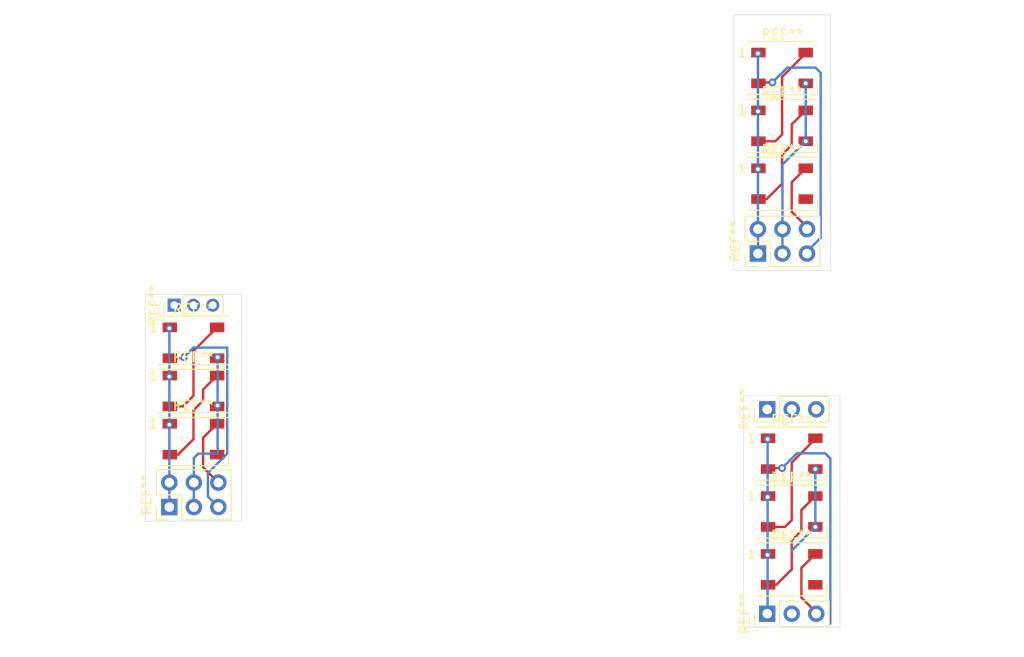
<source format=kicad_pcb>
(kicad_pcb (version 20171130) (host pcbnew 5.1.10-88a1d61d58~90~ubuntu21.04.1)

  (general
    (thickness 1.6)
    (drawings 160)
    (tracks 107)
    (zones 0)
    (modules 14)
    (nets 1)
  )

  (page A4)
  (layers
    (0 F.Cu signal)
    (31 B.Cu signal)
    (32 B.Adhes user)
    (33 F.Adhes user)
    (34 B.Paste user)
    (35 F.Paste user)
    (36 B.SilkS user hide)
    (37 F.SilkS user hide)
    (38 B.Mask user)
    (39 F.Mask user)
    (40 Dwgs.User user hide)
    (41 Cmts.User user)
    (42 Eco1.User user)
    (43 Eco2.User user)
    (44 Edge.Cuts user)
    (45 Margin user)
    (46 B.CrtYd user)
    (47 F.CrtYd user)
    (48 B.Fab user hide)
    (49 F.Fab user hide)
  )

  (setup
    (last_trace_width 0.25)
    (trace_clearance 0.2)
    (zone_clearance 0.508)
    (zone_45_only no)
    (trace_min 0.2)
    (via_size 0.8)
    (via_drill 0.4)
    (via_min_size 0.4)
    (via_min_drill 0.3)
    (uvia_size 0.3)
    (uvia_drill 0.1)
    (uvias_allowed no)
    (uvia_min_size 0.2)
    (uvia_min_drill 0.1)
    (edge_width 0.05)
    (segment_width 0.2)
    (pcb_text_width 0.3)
    (pcb_text_size 1.5 1.5)
    (mod_edge_width 0.12)
    (mod_text_size 1 1)
    (mod_text_width 0.15)
    (pad_size 1.524 1.524)
    (pad_drill 0.762)
    (pad_to_mask_clearance 0)
    (aux_axis_origin 0 0)
    (visible_elements FFFFFF7F)
    (pcbplotparams
      (layerselection 0x010fc_ffffffff)
      (usegerberextensions false)
      (usegerberattributes true)
      (usegerberadvancedattributes true)
      (creategerberjobfile true)
      (excludeedgelayer true)
      (linewidth 0.150000)
      (plotframeref false)
      (viasonmask false)
      (mode 1)
      (useauxorigin false)
      (hpglpennumber 1)
      (hpglpenspeed 20)
      (hpglpendiameter 15.000000)
      (psnegative false)
      (psa4output false)
      (plotreference true)
      (plotvalue true)
      (plotinvisibletext false)
      (padsonsilk false)
      (subtractmaskfromsilk false)
      (outputformat 1)
      (mirror false)
      (drillshape 1)
      (scaleselection 1)
      (outputdirectory ""))
  )

  (net 0 "")

  (net_class Default "Esta es la clase de red por defecto."
    (clearance 0.2)
    (trace_width 0.25)
    (via_dia 0.8)
    (via_drill 0.4)
    (uvia_dia 0.3)
    (uvia_drill 0.1)
  )

  (module Connector_PinHeader_2.00mm:PinHeader_1x03_P2.00mm_Vertical (layer F.Cu) (tedit 59FED667) (tstamp 61649CF7)
    (at 48 53.6 90)
    (descr "Through hole straight pin header, 1x03, 2.00mm pitch, single row")
    (tags "Through hole pin header THT 1x03 2.00mm single row")
    (fp_text reference REF** (at 0 -2.06 90) (layer F.SilkS)
      (effects (font (size 1 1) (thickness 0.15)))
    )
    (fp_text value PinHeader_1x03_P2.00mm_Vertical (at 0 6.06 90) (layer F.Fab)
      (effects (font (size 1 1) (thickness 0.15)))
    )
    (fp_text user %R (at 0 2) (layer F.Fab)
      (effects (font (size 1 1) (thickness 0.15)))
    )
    (fp_line (start -0.5 -1) (end 1 -1) (layer F.Fab) (width 0.1))
    (fp_line (start 1 -1) (end 1 5) (layer F.Fab) (width 0.1))
    (fp_line (start 1 5) (end -1 5) (layer F.Fab) (width 0.1))
    (fp_line (start -1 5) (end -1 -0.5) (layer F.Fab) (width 0.1))
    (fp_line (start -1 -0.5) (end -0.5 -1) (layer F.Fab) (width 0.1))
    (fp_line (start -1.06 5.06) (end 1.06 5.06) (layer F.SilkS) (width 0.12))
    (fp_line (start -1.06 1) (end -1.06 5.06) (layer F.SilkS) (width 0.12))
    (fp_line (start 1.06 1) (end 1.06 5.06) (layer F.SilkS) (width 0.12))
    (fp_line (start -1.06 1) (end 1.06 1) (layer F.SilkS) (width 0.12))
    (fp_line (start -1.06 0) (end -1.06 -1.06) (layer F.SilkS) (width 0.12))
    (fp_line (start -1.06 -1.06) (end 0 -1.06) (layer F.SilkS) (width 0.12))
    (fp_line (start -1.5 -1.5) (end -1.5 5.5) (layer F.CrtYd) (width 0.05))
    (fp_line (start -1.5 5.5) (end 1.5 5.5) (layer F.CrtYd) (width 0.05))
    (fp_line (start 1.5 5.5) (end 1.5 -1.5) (layer F.CrtYd) (width 0.05))
    (fp_line (start 1.5 -1.5) (end -1.5 -1.5) (layer F.CrtYd) (width 0.05))
    (pad 3 thru_hole oval (at 0 4 90) (size 1.35 1.35) (drill 0.8) (layers *.Cu *.Mask))
    (pad 2 thru_hole oval (at 0 2 90) (size 1.35 1.35) (drill 0.8) (layers *.Cu *.Mask))
    (pad 1 thru_hole rect (at 0 0 90) (size 1.35 1.35) (drill 0.8) (layers *.Cu *.Mask))
    (model ${KISYS3DMOD}/Connector_PinHeader_2.00mm.3dshapes/PinHeader_1x03_P2.00mm_Vertical.wrl
      (at (xyz 0 0 0))
      (scale (xyz 1 1 1))
      (rotate (xyz 0 0 0))
    )
  )

  (module Connector_PinHeader_2.54mm:PinHeader_1x03_P2.54mm_Vertical (layer F.Cu) (tedit 59FED5CC) (tstamp 61649A13)
    (at 109.46 85.6 90)
    (descr "Through hole straight pin header, 1x03, 2.54mm pitch, single row")
    (tags "Through hole pin header THT 1x03 2.54mm single row")
    (fp_text reference REF** (at 0 -2.33 90) (layer F.SilkS)
      (effects (font (size 1 1) (thickness 0.15)))
    )
    (fp_text value PinHeader_1x03_P2.54mm_Vertical (at 0 7.41 90) (layer F.Fab)
      (effects (font (size 1 1) (thickness 0.15)))
    )
    (fp_line (start 1.8 -1.8) (end -1.8 -1.8) (layer F.CrtYd) (width 0.05))
    (fp_line (start 1.8 6.85) (end 1.8 -1.8) (layer F.CrtYd) (width 0.05))
    (fp_line (start -1.8 6.85) (end 1.8 6.85) (layer F.CrtYd) (width 0.05))
    (fp_line (start -1.8 -1.8) (end -1.8 6.85) (layer F.CrtYd) (width 0.05))
    (fp_line (start -1.33 -1.33) (end 0 -1.33) (layer F.SilkS) (width 0.12))
    (fp_line (start -1.33 0) (end -1.33 -1.33) (layer F.SilkS) (width 0.12))
    (fp_line (start -1.33 1.27) (end 1.33 1.27) (layer F.SilkS) (width 0.12))
    (fp_line (start 1.33 1.27) (end 1.33 6.41) (layer F.SilkS) (width 0.12))
    (fp_line (start -1.33 1.27) (end -1.33 6.41) (layer F.SilkS) (width 0.12))
    (fp_line (start -1.33 6.41) (end 1.33 6.41) (layer F.SilkS) (width 0.12))
    (fp_line (start -1.27 -0.635) (end -0.635 -1.27) (layer F.Fab) (width 0.1))
    (fp_line (start -1.27 6.35) (end -1.27 -0.635) (layer F.Fab) (width 0.1))
    (fp_line (start 1.27 6.35) (end -1.27 6.35) (layer F.Fab) (width 0.1))
    (fp_line (start 1.27 -1.27) (end 1.27 6.35) (layer F.Fab) (width 0.1))
    (fp_line (start -0.635 -1.27) (end 1.27 -1.27) (layer F.Fab) (width 0.1))
    (fp_text user %R (at 0 2.54) (layer F.Fab)
      (effects (font (size 1 1) (thickness 0.15)))
    )
    (pad 1 thru_hole rect (at 0 0 90) (size 1.7 1.7) (drill 1) (layers *.Cu *.Mask))
    (pad 2 thru_hole oval (at 0 2.54 90) (size 1.7 1.7) (drill 1) (layers *.Cu *.Mask))
    (pad 3 thru_hole oval (at 0 5.08 90) (size 1.7 1.7) (drill 1) (layers *.Cu *.Mask))
    (model ${KISYS3DMOD}/Connector_PinHeader_2.54mm.3dshapes/PinHeader_1x03_P2.54mm_Vertical.wrl
      (at (xyz 0 0 0))
      (scale (xyz 1 1 1))
      (rotate (xyz 0 0 0))
    )
  )

  (module Connector_PinHeader_2.54mm:PinHeader_1x03_P2.54mm_Vertical (layer F.Cu) (tedit 59FED5CC) (tstamp 6164991D)
    (at 109.46 64.4 90)
    (descr "Through hole straight pin header, 1x03, 2.54mm pitch, single row")
    (tags "Through hole pin header THT 1x03 2.54mm single row")
    (fp_text reference REF** (at 0 -2.33 90) (layer F.SilkS)
      (effects (font (size 1 1) (thickness 0.15)))
    )
    (fp_text value PinHeader_1x03_P2.54mm_Vertical (at 0 7.41 90) (layer F.Fab)
      (effects (font (size 1 1) (thickness 0.15)))
    )
    (fp_text user %R (at 0 2.54) (layer F.Fab)
      (effects (font (size 1 1) (thickness 0.15)))
    )
    (fp_line (start -0.635 -1.27) (end 1.27 -1.27) (layer F.Fab) (width 0.1))
    (fp_line (start 1.27 -1.27) (end 1.27 6.35) (layer F.Fab) (width 0.1))
    (fp_line (start 1.27 6.35) (end -1.27 6.35) (layer F.Fab) (width 0.1))
    (fp_line (start -1.27 6.35) (end -1.27 -0.635) (layer F.Fab) (width 0.1))
    (fp_line (start -1.27 -0.635) (end -0.635 -1.27) (layer F.Fab) (width 0.1))
    (fp_line (start -1.33 6.41) (end 1.33 6.41) (layer F.SilkS) (width 0.12))
    (fp_line (start -1.33 1.27) (end -1.33 6.41) (layer F.SilkS) (width 0.12))
    (fp_line (start 1.33 1.27) (end 1.33 6.41) (layer F.SilkS) (width 0.12))
    (fp_line (start -1.33 1.27) (end 1.33 1.27) (layer F.SilkS) (width 0.12))
    (fp_line (start -1.33 0) (end -1.33 -1.33) (layer F.SilkS) (width 0.12))
    (fp_line (start -1.33 -1.33) (end 0 -1.33) (layer F.SilkS) (width 0.12))
    (fp_line (start -1.8 -1.8) (end -1.8 6.85) (layer F.CrtYd) (width 0.05))
    (fp_line (start -1.8 6.85) (end 1.8 6.85) (layer F.CrtYd) (width 0.05))
    (fp_line (start 1.8 6.85) (end 1.8 -1.8) (layer F.CrtYd) (width 0.05))
    (fp_line (start 1.8 -1.8) (end -1.8 -1.8) (layer F.CrtYd) (width 0.05))
    (pad 3 thru_hole oval (at 0 5.08 90) (size 1.7 1.7) (drill 1) (layers *.Cu *.Mask))
    (pad 2 thru_hole oval (at 0 2.54 90) (size 1.7 1.7) (drill 1) (layers *.Cu *.Mask))
    (pad 1 thru_hole rect (at 0 0 90) (size 1.7 1.7) (drill 1) (layers *.Cu *.Mask))
    (model ${KISYS3DMOD}/Connector_PinHeader_2.54mm.3dshapes/PinHeader_1x03_P2.54mm_Vertical.wrl
      (at (xyz 0 0 0))
      (scale (xyz 1 1 1))
      (rotate (xyz 0 0 0))
    )
  )

  (module LED_SMD:LED_WS2812B_PLCC4_5.0x5.0mm_P3.2mm (layer F.Cu) (tedit 5AA4B285) (tstamp 616435D8)
    (at 112 81)
    (descr https://cdn-shop.adafruit.com/datasheets/WS2812B.pdf)
    (tags "LED RGB NeoPixel")
    (attr smd)
    (fp_text reference REF** (at 0 -3.5) (layer F.SilkS)
      (effects (font (size 1 1) (thickness 0.15)))
    )
    (fp_text value LED_WS2812B_PLCC4_5.0x5.0mm_P3.2mm (at 0 4) (layer F.Fab)
      (effects (font (size 1 1) (thickness 0.15)))
    )
    (fp_circle (center 0 0) (end 0 -2) (layer F.Fab) (width 0.1))
    (fp_line (start 3.65 2.75) (end 3.65 1.6) (layer F.SilkS) (width 0.12))
    (fp_line (start -3.65 2.75) (end 3.65 2.75) (layer F.SilkS) (width 0.12))
    (fp_line (start -3.65 -2.75) (end 3.65 -2.75) (layer F.SilkS) (width 0.12))
    (fp_line (start 2.5 -2.5) (end -2.5 -2.5) (layer F.Fab) (width 0.1))
    (fp_line (start 2.5 2.5) (end 2.5 -2.5) (layer F.Fab) (width 0.1))
    (fp_line (start -2.5 2.5) (end 2.5 2.5) (layer F.Fab) (width 0.1))
    (fp_line (start -2.5 -2.5) (end -2.5 2.5) (layer F.Fab) (width 0.1))
    (fp_line (start 2.5 1.5) (end 1.5 2.5) (layer F.Fab) (width 0.1))
    (fp_line (start -3.45 -2.75) (end -3.45 2.75) (layer F.CrtYd) (width 0.05))
    (fp_line (start -3.45 2.75) (end 3.45 2.75) (layer F.CrtYd) (width 0.05))
    (fp_line (start 3.45 2.75) (end 3.45 -2.75) (layer F.CrtYd) (width 0.05))
    (fp_line (start 3.45 -2.75) (end -3.45 -2.75) (layer F.CrtYd) (width 0.05))
    (fp_text user %R (at 0 0) (layer F.Fab)
      (effects (font (size 0.8 0.8) (thickness 0.15)))
    )
    (fp_text user 1 (at -4.15 -1.6) (layer F.SilkS)
      (effects (font (size 1 1) (thickness 0.15)))
    )
    (pad 1 smd rect (at -2.45 -1.6) (size 1.5 1) (layers F.Cu F.Paste F.Mask))
    (pad 2 smd rect (at -2.45 1.6) (size 1.5 1) (layers F.Cu F.Paste F.Mask))
    (pad 4 smd rect (at 2.45 -1.6) (size 1.5 1) (layers F.Cu F.Paste F.Mask))
    (pad 3 smd rect (at 2.45 1.6) (size 1.5 1) (layers F.Cu F.Paste F.Mask))
    (model ${KISYS3DMOD}/LED_SMD.3dshapes/LED_WS2812B_PLCC4_5.0x5.0mm_P3.2mm.wrl
      (at (xyz 0 0 0))
      (scale (xyz 1 1 1))
      (rotate (xyz 0 0 0))
    )
  )

  (module LED_SMD:LED_WS2812B_PLCC4_5.0x5.0mm_P3.2mm (layer F.Cu) (tedit 5AA4B285) (tstamp 616435C2)
    (at 112 69)
    (descr https://cdn-shop.adafruit.com/datasheets/WS2812B.pdf)
    (tags "LED RGB NeoPixel")
    (attr smd)
    (fp_text reference REF** (at 0 -3.5) (layer F.SilkS)
      (effects (font (size 1 1) (thickness 0.15)))
    )
    (fp_text value LED_WS2812B_PLCC4_5.0x5.0mm_P3.2mm (at 0 4) (layer F.Fab)
      (effects (font (size 1 1) (thickness 0.15)))
    )
    (fp_circle (center 0 0) (end 0 -2) (layer F.Fab) (width 0.1))
    (fp_line (start 3.65 2.75) (end 3.65 1.6) (layer F.SilkS) (width 0.12))
    (fp_line (start -3.65 2.75) (end 3.65 2.75) (layer F.SilkS) (width 0.12))
    (fp_line (start -3.65 -2.75) (end 3.65 -2.75) (layer F.SilkS) (width 0.12))
    (fp_line (start 2.5 -2.5) (end -2.5 -2.5) (layer F.Fab) (width 0.1))
    (fp_line (start 2.5 2.5) (end 2.5 -2.5) (layer F.Fab) (width 0.1))
    (fp_line (start -2.5 2.5) (end 2.5 2.5) (layer F.Fab) (width 0.1))
    (fp_line (start -2.5 -2.5) (end -2.5 2.5) (layer F.Fab) (width 0.1))
    (fp_line (start 2.5 1.5) (end 1.5 2.5) (layer F.Fab) (width 0.1))
    (fp_line (start -3.45 -2.75) (end -3.45 2.75) (layer F.CrtYd) (width 0.05))
    (fp_line (start -3.45 2.75) (end 3.45 2.75) (layer F.CrtYd) (width 0.05))
    (fp_line (start 3.45 2.75) (end 3.45 -2.75) (layer F.CrtYd) (width 0.05))
    (fp_line (start 3.45 -2.75) (end -3.45 -2.75) (layer F.CrtYd) (width 0.05))
    (fp_text user %R (at 0 0) (layer F.Fab)
      (effects (font (size 0.8 0.8) (thickness 0.15)))
    )
    (fp_text user 1 (at -4.15 -1.6) (layer F.SilkS)
      (effects (font (size 1 1) (thickness 0.15)))
    )
    (pad 1 smd rect (at -2.45 -1.6) (size 1.5 1) (layers F.Cu F.Paste F.Mask))
    (pad 2 smd rect (at -2.45 1.6) (size 1.5 1) (layers F.Cu F.Paste F.Mask))
    (pad 4 smd rect (at 2.45 -1.6) (size 1.5 1) (layers F.Cu F.Paste F.Mask))
    (pad 3 smd rect (at 2.45 1.6) (size 1.5 1) (layers F.Cu F.Paste F.Mask))
    (model ${KISYS3DMOD}/LED_SMD.3dshapes/LED_WS2812B_PLCC4_5.0x5.0mm_P3.2mm.wrl
      (at (xyz 0 0 0))
      (scale (xyz 1 1 1))
      (rotate (xyz 0 0 0))
    )
  )

  (module LED_SMD:LED_WS2812B_PLCC4_5.0x5.0mm_P3.2mm (layer F.Cu) (tedit 5AA4B285) (tstamp 616435AC)
    (at 112 75)
    (descr https://cdn-shop.adafruit.com/datasheets/WS2812B.pdf)
    (tags "LED RGB NeoPixel")
    (attr smd)
    (fp_text reference REF** (at 0 -3.5) (layer F.SilkS)
      (effects (font (size 1 1) (thickness 0.15)))
    )
    (fp_text value LED_WS2812B_PLCC4_5.0x5.0mm_P3.2mm (at 0 4) (layer F.Fab)
      (effects (font (size 1 1) (thickness 0.15)))
    )
    (fp_line (start 3.45 -2.75) (end -3.45 -2.75) (layer F.CrtYd) (width 0.05))
    (fp_line (start 3.45 2.75) (end 3.45 -2.75) (layer F.CrtYd) (width 0.05))
    (fp_line (start -3.45 2.75) (end 3.45 2.75) (layer F.CrtYd) (width 0.05))
    (fp_line (start -3.45 -2.75) (end -3.45 2.75) (layer F.CrtYd) (width 0.05))
    (fp_line (start 2.5 1.5) (end 1.5 2.5) (layer F.Fab) (width 0.1))
    (fp_line (start -2.5 -2.5) (end -2.5 2.5) (layer F.Fab) (width 0.1))
    (fp_line (start -2.5 2.5) (end 2.5 2.5) (layer F.Fab) (width 0.1))
    (fp_line (start 2.5 2.5) (end 2.5 -2.5) (layer F.Fab) (width 0.1))
    (fp_line (start 2.5 -2.5) (end -2.5 -2.5) (layer F.Fab) (width 0.1))
    (fp_line (start -3.65 -2.75) (end 3.65 -2.75) (layer F.SilkS) (width 0.12))
    (fp_line (start -3.65 2.75) (end 3.65 2.75) (layer F.SilkS) (width 0.12))
    (fp_line (start 3.65 2.75) (end 3.65 1.6) (layer F.SilkS) (width 0.12))
    (fp_circle (center 0 0) (end 0 -2) (layer F.Fab) (width 0.1))
    (fp_text user 1 (at -4.15 -1.6) (layer F.SilkS)
      (effects (font (size 1 1) (thickness 0.15)))
    )
    (fp_text user %R (at 0 0) (layer F.Fab)
      (effects (font (size 0.8 0.8) (thickness 0.15)))
    )
    (pad 3 smd rect (at 2.45 1.6) (size 1.5 1) (layers F.Cu F.Paste F.Mask))
    (pad 4 smd rect (at 2.45 -1.6) (size 1.5 1) (layers F.Cu F.Paste F.Mask))
    (pad 2 smd rect (at -2.45 1.6) (size 1.5 1) (layers F.Cu F.Paste F.Mask))
    (pad 1 smd rect (at -2.45 -1.6) (size 1.5 1) (layers F.Cu F.Paste F.Mask))
    (model ${KISYS3DMOD}/LED_SMD.3dshapes/LED_WS2812B_PLCC4_5.0x5.0mm_P3.2mm.wrl
      (at (xyz 0 0 0))
      (scale (xyz 1 1 1))
      (rotate (xyz 0 0 0))
    )
  )

  (module LED_SMD:LED_WS2812B_PLCC4_5.0x5.0mm_P3.2mm (layer F.Cu) (tedit 5AA4B285) (tstamp 61642950)
    (at 111 35)
    (descr https://cdn-shop.adafruit.com/datasheets/WS2812B.pdf)
    (tags "LED RGB NeoPixel")
    (attr smd)
    (fp_text reference REF** (at 0 -3.5) (layer F.SilkS)
      (effects (font (size 1 1) (thickness 0.15)))
    )
    (fp_text value LED_WS2812B_PLCC4_5.0x5.0mm_P3.2mm (at 0 4) (layer F.Fab)
      (effects (font (size 1 1) (thickness 0.15)))
    )
    (fp_text user %R (at 0 0) (layer F.Fab)
      (effects (font (size 0.8 0.8) (thickness 0.15)))
    )
    (fp_text user 1 (at -4.15 -1.6) (layer F.SilkS)
      (effects (font (size 1 1) (thickness 0.15)))
    )
    (fp_circle (center 0 0) (end 0 -2) (layer F.Fab) (width 0.1))
    (fp_line (start 3.65 2.75) (end 3.65 1.6) (layer F.SilkS) (width 0.12))
    (fp_line (start -3.65 2.75) (end 3.65 2.75) (layer F.SilkS) (width 0.12))
    (fp_line (start -3.65 -2.75) (end 3.65 -2.75) (layer F.SilkS) (width 0.12))
    (fp_line (start 2.5 -2.5) (end -2.5 -2.5) (layer F.Fab) (width 0.1))
    (fp_line (start 2.5 2.5) (end 2.5 -2.5) (layer F.Fab) (width 0.1))
    (fp_line (start -2.5 2.5) (end 2.5 2.5) (layer F.Fab) (width 0.1))
    (fp_line (start -2.5 -2.5) (end -2.5 2.5) (layer F.Fab) (width 0.1))
    (fp_line (start 2.5 1.5) (end 1.5 2.5) (layer F.Fab) (width 0.1))
    (fp_line (start -3.45 -2.75) (end -3.45 2.75) (layer F.CrtYd) (width 0.05))
    (fp_line (start -3.45 2.75) (end 3.45 2.75) (layer F.CrtYd) (width 0.05))
    (fp_line (start 3.45 2.75) (end 3.45 -2.75) (layer F.CrtYd) (width 0.05))
    (fp_line (start 3.45 -2.75) (end -3.45 -2.75) (layer F.CrtYd) (width 0.05))
    (pad 1 smd rect (at -2.45 -1.6) (size 1.5 1) (layers F.Cu F.Paste F.Mask))
    (pad 2 smd rect (at -2.45 1.6) (size 1.5 1) (layers F.Cu F.Paste F.Mask))
    (pad 4 smd rect (at 2.45 -1.6) (size 1.5 1) (layers F.Cu F.Paste F.Mask))
    (pad 3 smd rect (at 2.45 1.6) (size 1.5 1) (layers F.Cu F.Paste F.Mask))
    (model ${KISYS3DMOD}/LED_SMD.3dshapes/LED_WS2812B_PLCC4_5.0x5.0mm_P3.2mm.wrl
      (at (xyz 0 0 0))
      (scale (xyz 1 1 1))
      (rotate (xyz 0 0 0))
    )
  )

  (module Connector_PinHeader_2.54mm:PinHeader_2x03_P2.54mm_Vertical (layer F.Cu) (tedit 59FED5CC) (tstamp 61642934)
    (at 108.5 48.25 90)
    (descr "Through hole straight pin header, 2x03, 2.54mm pitch, double rows")
    (tags "Through hole pin header THT 2x03 2.54mm double row")
    (fp_text reference REF** (at 1.27 -2.33 90) (layer F.SilkS)
      (effects (font (size 1 1) (thickness 0.15)))
    )
    (fp_text value PinHeader_2x03_P2.54mm_Vertical (at 1.27 7.41 90) (layer F.Fab)
      (effects (font (size 1 1) (thickness 0.15)))
    )
    (fp_text user %R (at 1.27 2.54) (layer F.Fab)
      (effects (font (size 1 1) (thickness 0.15)))
    )
    (fp_line (start 0 -1.27) (end 3.81 -1.27) (layer F.Fab) (width 0.1))
    (fp_line (start 3.81 -1.27) (end 3.81 6.35) (layer F.Fab) (width 0.1))
    (fp_line (start 3.81 6.35) (end -1.27 6.35) (layer F.Fab) (width 0.1))
    (fp_line (start -1.27 6.35) (end -1.27 0) (layer F.Fab) (width 0.1))
    (fp_line (start -1.27 0) (end 0 -1.27) (layer F.Fab) (width 0.1))
    (fp_line (start -1.33 6.41) (end 3.87 6.41) (layer F.SilkS) (width 0.12))
    (fp_line (start -1.33 1.27) (end -1.33 6.41) (layer F.SilkS) (width 0.12))
    (fp_line (start 3.87 -1.33) (end 3.87 6.41) (layer F.SilkS) (width 0.12))
    (fp_line (start -1.33 1.27) (end 1.27 1.27) (layer F.SilkS) (width 0.12))
    (fp_line (start 1.27 1.27) (end 1.27 -1.33) (layer F.SilkS) (width 0.12))
    (fp_line (start 1.27 -1.33) (end 3.87 -1.33) (layer F.SilkS) (width 0.12))
    (fp_line (start -1.33 0) (end -1.33 -1.33) (layer F.SilkS) (width 0.12))
    (fp_line (start -1.33 -1.33) (end 0 -1.33) (layer F.SilkS) (width 0.12))
    (fp_line (start -1.8 -1.8) (end -1.8 6.85) (layer F.CrtYd) (width 0.05))
    (fp_line (start -1.8 6.85) (end 4.35 6.85) (layer F.CrtYd) (width 0.05))
    (fp_line (start 4.35 6.85) (end 4.35 -1.8) (layer F.CrtYd) (width 0.05))
    (fp_line (start 4.35 -1.8) (end -1.8 -1.8) (layer F.CrtYd) (width 0.05))
    (pad 1 thru_hole rect (at 0 0 90) (size 1.7 1.7) (drill 1) (layers *.Cu *.Mask))
    (pad 2 thru_hole oval (at 2.54 0 90) (size 1.7 1.7) (drill 1) (layers *.Cu *.Mask))
    (pad 3 thru_hole oval (at 0 2.54 90) (size 1.7 1.7) (drill 1) (layers *.Cu *.Mask))
    (pad 4 thru_hole oval (at 2.54 2.54 90) (size 1.7 1.7) (drill 1) (layers *.Cu *.Mask))
    (pad 5 thru_hole oval (at 0 5.08 90) (size 1.7 1.7) (drill 1) (layers *.Cu *.Mask))
    (pad 6 thru_hole oval (at 2.54 5.08 90) (size 1.7 1.7) (drill 1) (layers *.Cu *.Mask))
    (model ${KISYS3DMOD}/Connector_PinHeader_2.54mm.3dshapes/PinHeader_2x03_P2.54mm_Vertical.wrl
      (at (xyz 0 0 0))
      (scale (xyz 1 1 1))
      (rotate (xyz 0 0 0))
    )
  )

  (module LED_SMD:LED_WS2812B_PLCC4_5.0x5.0mm_P3.2mm (layer F.Cu) (tedit 5AA4B285) (tstamp 616428EE)
    (at 111 41)
    (descr https://cdn-shop.adafruit.com/datasheets/WS2812B.pdf)
    (tags "LED RGB NeoPixel")
    (attr smd)
    (fp_text reference REF** (at 0 -3.5) (layer F.SilkS)
      (effects (font (size 1 1) (thickness 0.15)))
    )
    (fp_text value LED_WS2812B_PLCC4_5.0x5.0mm_P3.2mm (at 0 4) (layer F.Fab)
      (effects (font (size 1 1) (thickness 0.15)))
    )
    (fp_text user 1 (at -4.15 -1.6) (layer F.SilkS)
      (effects (font (size 1 1) (thickness 0.15)))
    )
    (fp_text user %R (at 0 0) (layer F.Fab)
      (effects (font (size 0.8 0.8) (thickness 0.15)))
    )
    (fp_line (start 3.45 -2.75) (end -3.45 -2.75) (layer F.CrtYd) (width 0.05))
    (fp_line (start 3.45 2.75) (end 3.45 -2.75) (layer F.CrtYd) (width 0.05))
    (fp_line (start -3.45 2.75) (end 3.45 2.75) (layer F.CrtYd) (width 0.05))
    (fp_line (start -3.45 -2.75) (end -3.45 2.75) (layer F.CrtYd) (width 0.05))
    (fp_line (start 2.5 1.5) (end 1.5 2.5) (layer F.Fab) (width 0.1))
    (fp_line (start -2.5 -2.5) (end -2.5 2.5) (layer F.Fab) (width 0.1))
    (fp_line (start -2.5 2.5) (end 2.5 2.5) (layer F.Fab) (width 0.1))
    (fp_line (start 2.5 2.5) (end 2.5 -2.5) (layer F.Fab) (width 0.1))
    (fp_line (start 2.5 -2.5) (end -2.5 -2.5) (layer F.Fab) (width 0.1))
    (fp_line (start -3.65 -2.75) (end 3.65 -2.75) (layer F.SilkS) (width 0.12))
    (fp_line (start -3.65 2.75) (end 3.65 2.75) (layer F.SilkS) (width 0.12))
    (fp_line (start 3.65 2.75) (end 3.65 1.6) (layer F.SilkS) (width 0.12))
    (fp_circle (center 0 0) (end 0 -2) (layer F.Fab) (width 0.1))
    (pad 3 smd rect (at 2.45 1.6) (size 1.5 1) (layers F.Cu F.Paste F.Mask))
    (pad 4 smd rect (at 2.45 -1.6) (size 1.5 1) (layers F.Cu F.Paste F.Mask))
    (pad 2 smd rect (at -2.45 1.6) (size 1.5 1) (layers F.Cu F.Paste F.Mask))
    (pad 1 smd rect (at -2.45 -1.6) (size 1.5 1) (layers F.Cu F.Paste F.Mask))
    (model ${KISYS3DMOD}/LED_SMD.3dshapes/LED_WS2812B_PLCC4_5.0x5.0mm_P3.2mm.wrl
      (at (xyz 0 0 0))
      (scale (xyz 1 1 1))
      (rotate (xyz 0 0 0))
    )
  )

  (module LED_SMD:LED_WS2812B_PLCC4_5.0x5.0mm_P3.2mm (layer F.Cu) (tedit 5AA4B285) (tstamp 616428D6)
    (at 111 29)
    (descr https://cdn-shop.adafruit.com/datasheets/WS2812B.pdf)
    (tags "LED RGB NeoPixel")
    (attr smd)
    (fp_text reference REF** (at 0 -3.5) (layer F.SilkS)
      (effects (font (size 1 1) (thickness 0.15)))
    )
    (fp_text value LED_WS2812B_PLCC4_5.0x5.0mm_P3.2mm (at 0 4) (layer F.Fab)
      (effects (font (size 1 1) (thickness 0.15)))
    )
    (fp_text user 1 (at -4.15 -1.6) (layer F.SilkS)
      (effects (font (size 1 1) (thickness 0.15)))
    )
    (fp_text user %R (at 0 0) (layer F.Fab)
      (effects (font (size 0.8 0.8) (thickness 0.15)))
    )
    (fp_line (start 3.45 -2.75) (end -3.45 -2.75) (layer F.CrtYd) (width 0.05))
    (fp_line (start 3.45 2.75) (end 3.45 -2.75) (layer F.CrtYd) (width 0.05))
    (fp_line (start -3.45 2.75) (end 3.45 2.75) (layer F.CrtYd) (width 0.05))
    (fp_line (start -3.45 -2.75) (end -3.45 2.75) (layer F.CrtYd) (width 0.05))
    (fp_line (start 2.5 1.5) (end 1.5 2.5) (layer F.Fab) (width 0.1))
    (fp_line (start -2.5 -2.5) (end -2.5 2.5) (layer F.Fab) (width 0.1))
    (fp_line (start -2.5 2.5) (end 2.5 2.5) (layer F.Fab) (width 0.1))
    (fp_line (start 2.5 2.5) (end 2.5 -2.5) (layer F.Fab) (width 0.1))
    (fp_line (start 2.5 -2.5) (end -2.5 -2.5) (layer F.Fab) (width 0.1))
    (fp_line (start -3.65 -2.75) (end 3.65 -2.75) (layer F.SilkS) (width 0.12))
    (fp_line (start -3.65 2.75) (end 3.65 2.75) (layer F.SilkS) (width 0.12))
    (fp_line (start 3.65 2.75) (end 3.65 1.6) (layer F.SilkS) (width 0.12))
    (fp_circle (center 0 0) (end 0 -2) (layer F.Fab) (width 0.1))
    (pad 3 smd rect (at 2.45 1.6) (size 1.5 1) (layers F.Cu F.Paste F.Mask))
    (pad 4 smd rect (at 2.45 -1.6) (size 1.5 1) (layers F.Cu F.Paste F.Mask))
    (pad 2 smd rect (at -2.45 1.6) (size 1.5 1) (layers F.Cu F.Paste F.Mask))
    (pad 1 smd rect (at -2.45 -1.6) (size 1.5 1) (layers F.Cu F.Paste F.Mask))
    (model ${KISYS3DMOD}/LED_SMD.3dshapes/LED_WS2812B_PLCC4_5.0x5.0mm_P3.2mm.wrl
      (at (xyz 0 0 0))
      (scale (xyz 1 1 1))
      (rotate (xyz 0 0 0))
    )
  )

  (module Connector_PinHeader_2.54mm:PinHeader_2x03_P2.54mm_Vertical (layer F.Cu) (tedit 59FED5CC) (tstamp 61572BA5)
    (at 47.5 74.54 90)
    (descr "Through hole straight pin header, 2x03, 2.54mm pitch, double rows")
    (tags "Through hole pin header THT 2x03 2.54mm double row")
    (fp_text reference REF** (at 1.27 -2.33 90) (layer F.SilkS)
      (effects (font (size 1 1) (thickness 0.15)))
    )
    (fp_text value PinHeader_2x03_P2.54mm_Vertical (at 1.27 7.41 90) (layer F.Fab)
      (effects (font (size 1 1) (thickness 0.15)))
    )
    (fp_line (start 4.35 -1.8) (end -1.8 -1.8) (layer F.CrtYd) (width 0.05))
    (fp_line (start 4.35 6.85) (end 4.35 -1.8) (layer F.CrtYd) (width 0.05))
    (fp_line (start -1.8 6.85) (end 4.35 6.85) (layer F.CrtYd) (width 0.05))
    (fp_line (start -1.8 -1.8) (end -1.8 6.85) (layer F.CrtYd) (width 0.05))
    (fp_line (start -1.33 -1.33) (end 0 -1.33) (layer F.SilkS) (width 0.12))
    (fp_line (start -1.33 0) (end -1.33 -1.33) (layer F.SilkS) (width 0.12))
    (fp_line (start 1.27 -1.33) (end 3.87 -1.33) (layer F.SilkS) (width 0.12))
    (fp_line (start 1.27 1.27) (end 1.27 -1.33) (layer F.SilkS) (width 0.12))
    (fp_line (start -1.33 1.27) (end 1.27 1.27) (layer F.SilkS) (width 0.12))
    (fp_line (start 3.87 -1.33) (end 3.87 6.41) (layer F.SilkS) (width 0.12))
    (fp_line (start -1.33 1.27) (end -1.33 6.41) (layer F.SilkS) (width 0.12))
    (fp_line (start -1.33 6.41) (end 3.87 6.41) (layer F.SilkS) (width 0.12))
    (fp_line (start -1.27 0) (end 0 -1.27) (layer F.Fab) (width 0.1))
    (fp_line (start -1.27 6.35) (end -1.27 0) (layer F.Fab) (width 0.1))
    (fp_line (start 3.81 6.35) (end -1.27 6.35) (layer F.Fab) (width 0.1))
    (fp_line (start 3.81 -1.27) (end 3.81 6.35) (layer F.Fab) (width 0.1))
    (fp_line (start 0 -1.27) (end 3.81 -1.27) (layer F.Fab) (width 0.1))
    (fp_text user %R (at 1.27 2.54) (layer F.Fab)
      (effects (font (size 1 1) (thickness 0.15)))
    )
    (pad 6 thru_hole oval (at 2.54 5.08 90) (size 1.7 1.7) (drill 1) (layers *.Cu *.Mask))
    (pad 5 thru_hole oval (at 0 5.08 90) (size 1.7 1.7) (drill 1) (layers *.Cu *.Mask))
    (pad 4 thru_hole oval (at 2.54 2.54 90) (size 1.7 1.7) (drill 1) (layers *.Cu *.Mask))
    (pad 3 thru_hole oval (at 0 2.54 90) (size 1.7 1.7) (drill 1) (layers *.Cu *.Mask))
    (pad 2 thru_hole oval (at 2.54 0 90) (size 1.7 1.7) (drill 1) (layers *.Cu *.Mask))
    (pad 1 thru_hole rect (at 0 0 90) (size 1.7 1.7) (drill 1) (layers *.Cu *.Mask))
    (model ${KISYS3DMOD}/Connector_PinHeader_2.54mm.3dshapes/PinHeader_2x03_P2.54mm_Vertical.wrl
      (at (xyz 0 0 0))
      (scale (xyz 1 1 1))
      (rotate (xyz 0 0 0))
    )
  )

  (module LED_SMD:LED_WS2812B_PLCC4_5.0x5.0mm_P3.2mm (layer F.Cu) (tedit 5AA4B285) (tstamp 61643360)
    (at 50 67.5)
    (descr https://cdn-shop.adafruit.com/datasheets/WS2812B.pdf)
    (tags "LED RGB NeoPixel")
    (attr smd)
    (fp_text reference REF** (at 0 -3.5) (layer F.SilkS)
      (effects (font (size 1 1) (thickness 0.15)))
    )
    (fp_text value LED_WS2812B_PLCC4_5.0x5.0mm_P3.2mm (at 0 4) (layer F.Fab)
      (effects (font (size 1 1) (thickness 0.15)))
    )
    (fp_circle (center 0 0) (end 0 -2) (layer F.Fab) (width 0.1))
    (fp_line (start 3.65 2.75) (end 3.65 1.6) (layer F.SilkS) (width 0.12))
    (fp_line (start -3.65 2.75) (end 3.65 2.75) (layer F.SilkS) (width 0.12))
    (fp_line (start -3.65 -2.75) (end 3.65 -2.75) (layer F.SilkS) (width 0.12))
    (fp_line (start 2.5 -2.5) (end -2.5 -2.5) (layer F.Fab) (width 0.1))
    (fp_line (start 2.5 2.5) (end 2.5 -2.5) (layer F.Fab) (width 0.1))
    (fp_line (start -2.5 2.5) (end 2.5 2.5) (layer F.Fab) (width 0.1))
    (fp_line (start -2.5 -2.5) (end -2.5 2.5) (layer F.Fab) (width 0.1))
    (fp_line (start 2.5 1.5) (end 1.5 2.5) (layer F.Fab) (width 0.1))
    (fp_line (start -3.45 -2.75) (end -3.45 2.75) (layer F.CrtYd) (width 0.05))
    (fp_line (start -3.45 2.75) (end 3.45 2.75) (layer F.CrtYd) (width 0.05))
    (fp_line (start 3.45 2.75) (end 3.45 -2.75) (layer F.CrtYd) (width 0.05))
    (fp_line (start 3.45 -2.75) (end -3.45 -2.75) (layer F.CrtYd) (width 0.05))
    (fp_text user %R (at 0 0) (layer F.Fab)
      (effects (font (size 0.8 0.8) (thickness 0.15)))
    )
    (fp_text user 1 (at -4.15 -1.6) (layer F.SilkS)
      (effects (font (size 1 1) (thickness 0.15)))
    )
    (pad 1 smd rect (at -2.45 -1.6) (size 1.5 1) (layers F.Cu F.Paste F.Mask))
    (pad 2 smd rect (at -2.45 1.6) (size 1.5 1) (layers F.Cu F.Paste F.Mask))
    (pad 4 smd rect (at 2.45 -1.6) (size 1.5 1) (layers F.Cu F.Paste F.Mask))
    (pad 3 smd rect (at 2.45 1.6) (size 1.5 1) (layers F.Cu F.Paste F.Mask))
    (model ${KISYS3DMOD}/LED_SMD.3dshapes/LED_WS2812B_PLCC4_5.0x5.0mm_P3.2mm.wrl
      (at (xyz 0 0 0))
      (scale (xyz 1 1 1))
      (rotate (xyz 0 0 0))
    )
  )

  (module LED_SMD:LED_WS2812B_PLCC4_5.0x5.0mm_P3.2mm (layer F.Cu) (tedit 5AA4B285) (tstamp 61571078)
    (at 50 62.5)
    (descr https://cdn-shop.adafruit.com/datasheets/WS2812B.pdf)
    (tags "LED RGB NeoPixel")
    (attr smd)
    (fp_text reference REF** (at 0 -3.5) (layer F.SilkS)
      (effects (font (size 1 1) (thickness 0.15)))
    )
    (fp_text value LED_WS2812B_PLCC4_5.0x5.0mm_P3.2mm (at 0 4) (layer F.Fab)
      (effects (font (size 1 1) (thickness 0.15)))
    )
    (fp_line (start 3.45 -2.75) (end -3.45 -2.75) (layer F.CrtYd) (width 0.05))
    (fp_line (start 3.45 2.75) (end 3.45 -2.75) (layer F.CrtYd) (width 0.05))
    (fp_line (start -3.45 2.75) (end 3.45 2.75) (layer F.CrtYd) (width 0.05))
    (fp_line (start -3.45 -2.75) (end -3.45 2.75) (layer F.CrtYd) (width 0.05))
    (fp_line (start 2.5 1.5) (end 1.5 2.5) (layer F.Fab) (width 0.1))
    (fp_line (start -2.5 -2.5) (end -2.5 2.5) (layer F.Fab) (width 0.1))
    (fp_line (start -2.5 2.5) (end 2.5 2.5) (layer F.Fab) (width 0.1))
    (fp_line (start 2.5 2.5) (end 2.5 -2.5) (layer F.Fab) (width 0.1))
    (fp_line (start 2.5 -2.5) (end -2.5 -2.5) (layer F.Fab) (width 0.1))
    (fp_line (start -3.65 -2.75) (end 3.65 -2.75) (layer F.SilkS) (width 0.12))
    (fp_line (start -3.65 2.75) (end 3.65 2.75) (layer F.SilkS) (width 0.12))
    (fp_line (start 3.65 2.75) (end 3.65 1.6) (layer F.SilkS) (width 0.12))
    (fp_circle (center 0 0) (end 0 -2) (layer F.Fab) (width 0.1))
    (fp_text user 1 (at -4.15 -1.6) (layer F.SilkS)
      (effects (font (size 1 1) (thickness 0.15)))
    )
    (fp_text user %R (at 0 0) (layer F.Fab)
      (effects (font (size 0.8 0.8) (thickness 0.15)))
    )
    (pad 3 smd rect (at 2.45 1.6) (size 1.5 1) (layers F.Cu F.Paste F.Mask))
    (pad 4 smd rect (at 2.45 -1.6) (size 1.5 1) (layers F.Cu F.Paste F.Mask))
    (pad 2 smd rect (at -2.45 1.6) (size 1.5 1) (layers F.Cu F.Paste F.Mask))
    (pad 1 smd rect (at -2.45 -1.6) (size 1.5 1) (layers F.Cu F.Paste F.Mask))
    (model ${KISYS3DMOD}/LED_SMD.3dshapes/LED_WS2812B_PLCC4_5.0x5.0mm_P3.2mm.wrl
      (at (xyz 0 0 0))
      (scale (xyz 1 1 1))
      (rotate (xyz 0 0 0))
    )
  )

  (module LED_SMD:LED_WS2812B_PLCC4_5.0x5.0mm_P3.2mm (layer F.Cu) (tedit 5AA4B285) (tstamp 61571031)
    (at 50 57.5)
    (descr https://cdn-shop.adafruit.com/datasheets/WS2812B.pdf)
    (tags "LED RGB NeoPixel")
    (attr smd)
    (fp_text reference REF** (at 0 -3.5) (layer F.SilkS)
      (effects (font (size 1 1) (thickness 0.15)))
    )
    (fp_text value LED_WS2812B_PLCC4_5.0x5.0mm_P3.2mm (at 0 4) (layer F.Fab)
      (effects (font (size 1 1) (thickness 0.15)))
    )
    (fp_circle (center 0 0) (end 0 -2) (layer F.Fab) (width 0.1))
    (fp_line (start 3.65 2.75) (end 3.65 1.6) (layer F.SilkS) (width 0.12))
    (fp_line (start -3.65 2.75) (end 3.65 2.75) (layer F.SilkS) (width 0.12))
    (fp_line (start -3.65 -2.75) (end 3.65 -2.75) (layer F.SilkS) (width 0.12))
    (fp_line (start 2.5 -2.5) (end -2.5 -2.5) (layer F.Fab) (width 0.1))
    (fp_line (start 2.5 2.5) (end 2.5 -2.5) (layer F.Fab) (width 0.1))
    (fp_line (start -2.5 2.5) (end 2.5 2.5) (layer F.Fab) (width 0.1))
    (fp_line (start -2.5 -2.5) (end -2.5 2.5) (layer F.Fab) (width 0.1))
    (fp_line (start 2.5 1.5) (end 1.5 2.5) (layer F.Fab) (width 0.1))
    (fp_line (start -3.45 -2.75) (end -3.45 2.75) (layer F.CrtYd) (width 0.05))
    (fp_line (start -3.45 2.75) (end 3.45 2.75) (layer F.CrtYd) (width 0.05))
    (fp_line (start 3.45 2.75) (end 3.45 -2.75) (layer F.CrtYd) (width 0.05))
    (fp_line (start 3.45 -2.75) (end -3.45 -2.75) (layer F.CrtYd) (width 0.05))
    (fp_text user %R (at 0 0) (layer F.Fab)
      (effects (font (size 0.8 0.8) (thickness 0.15)))
    )
    (fp_text user 1 (at -4.15 -1.6) (layer F.SilkS)
      (effects (font (size 1 1) (thickness 0.15)))
    )
    (pad 1 smd rect (at -2.45 -1.6) (size 1.5 1) (layers F.Cu F.Paste F.Mask))
    (pad 2 smd rect (at -2.45 1.6) (size 1.5 1) (layers F.Cu F.Paste F.Mask))
    (pad 4 smd rect (at 2.45 -1.6) (size 1.5 1) (layers F.Cu F.Paste F.Mask))
    (pad 3 smd rect (at 2.45 1.6) (size 1.5 1) (layers F.Cu F.Paste F.Mask))
    (model ${KISYS3DMOD}/LED_SMD.3dshapes/LED_WS2812B_PLCC4_5.0x5.0mm_P3.2mm.wrl
      (at (xyz 0 0 0))
      (scale (xyz 1 1 1))
      (rotate (xyz 0 0 0))
    )
  )

  (gr_line (start 109 72) (end 114 72) (layer Dwgs.User) (width 0.1) (tstamp 6164364D))
  (gr_line (start 114 66) (end 109 66) (layer Dwgs.User) (width 0.1) (tstamp 6164364C))
  (gr_line (start 114.5 68.5) (end 114.5 80.5) (layer Dwgs.User) (width 0.15) (tstamp 6164364B))
  (gr_line (start 124 64.5) (end 124 86) (layer Cmts.User) (width 0.1) (tstamp 61643647))
  (gr_circle (center 99.5 80.5) (end 105.5 80.5) (layer Dwgs.User) (width 0.1) (tstamp 61643646))
  (gr_line (start 116.5 63) (end 106.5 63) (layer Dwgs.User) (width 0.1) (tstamp 61643645))
  (gr_line (start 136 84) (end 88 84) (layer Cmts.User) (width 0.1) (tstamp 61643644))
  (gr_circle (center 99.5 80.5) (end 102.5 80.5) (layer Dwgs.User) (width 0.1) (tstamp 61643643))
  (gr_line (start 107 87) (end 117 87) (layer Edge.Cuts) (width 0.05) (tstamp 61643621))
  (gr_line (start 100 64.5) (end 100 86) (layer Cmts.User) (width 0.1) (tstamp 6164361E))
  (gr_line (start 88 66) (end 136 66) (layer Cmts.User) (width 0.1) (tstamp 6164361D))
  (gr_line (start 109 83) (end 114 83) (layer Dwgs.User) (width 0.1) (tstamp 6164361C))
  (gr_line (start 117 63) (end 107 63) (layer Edge.Cuts) (width 0.05) (tstamp 6164361B))
  (gr_line (start 107 63) (end 107 87) (layer Edge.Cuts) (width 0.05) (tstamp 6164361A))
  (gr_line (start 117 87) (end 117 63) (layer Edge.Cuts) (width 0.05) (tstamp 61643616))
  (gr_circle (center 123.5 68.5) (end 129.5 68.5) (layer Dwgs.User) (width 0.1) (tstamp 61643615))
  (gr_line (start 112 63) (end 112 88) (layer Cmts.User) (width 0.1) (tstamp 61643614))
  (gr_line (start 114 77) (end 114 72) (layer Dwgs.User) (width 0.1) (tstamp 61643613))
  (gr_line (start 114 83) (end 114 78) (layer Dwgs.User) (width 0.1) (tstamp 61643612))
  (gr_line (start 118 64.5) (end 118 86) (layer Cmts.User) (width 0.1) (tstamp 61643611))
  (gr_circle (center 123.5 68.5) (end 126.5 68.5) (layer Dwgs.User) (width 0.1) (tstamp 61643610))
  (gr_line (start 109 78) (end 109 83) (layer Dwgs.User) (width 0.1) (tstamp 6164360F))
  (gr_line (start 106 86) (end 106 64.5) (layer Cmts.User) (width 0.1) (tstamp 6164360E))
  (gr_line (start 106.5 63) (end 106.5 85.5) (layer Dwgs.User) (width 0.1) (tstamp 6164360D))
  (gr_line (start 88 78) (end 136 78) (layer Cmts.User) (width 0.1) (tstamp 6164360C))
  (gr_line (start 130 64.5) (end 130 86) (layer Cmts.User) (width 0.1) (tstamp 6164360B))
  (gr_line (start 136 72) (end 88 72) (layer Cmts.User) (width 0.1) (tstamp 6164360A))
  (gr_circle (center 111.5 80.5) (end 113 80.5) (layer Dwgs.User) (width 0.1) (tstamp 61643609))
  (gr_circle (center 111.5 74.5) (end 113 74.5) (layer Dwgs.User) (width 0.1) (tstamp 61643608))
  (gr_line (start 109 66) (end 109 71) (layer Dwgs.User) (width 0.1) (tstamp 61643607))
  (gr_line (start 114 71) (end 114 66) (layer Dwgs.User) (width 0.1) (tstamp 61643606))
  (gr_line (start 109 78) (end 114 78) (layer Dwgs.User) (width 0.1) (tstamp 61643605))
  (gr_circle (center 111.5 68.5) (end 113 68.5) (layer Dwgs.User) (width 0.1) (tstamp 61643604))
  (gr_line (start 109 72) (end 109 77) (layer Dwgs.User) (width 0.1) (tstamp 61643603))
  (gr_line (start 106.5 85.5) (end 116.5 85.5) (layer Dwgs.User) (width 0.1) (tstamp 61643602))
  (gr_line (start 94 64.5) (end 94 86) (layer Cmts.User) (width 0.1) (tstamp 61643601))
  (gr_line (start 116.5 85.5) (end 116.5 63) (layer Dwgs.User) (width 0.1) (tstamp 61643600))
  (gr_arc (start 111.5 68.5) (end 114.5 68.5) (angle -180) (layer Dwgs.User) (width 0.15) (tstamp 616435FB))
  (gr_arc (start 111.5 80.5) (end 108.5 80.5) (angle -180) (layer Dwgs.User) (width 0.15) (tstamp 616435F6))
  (gr_line (start 136 90) (end 88 90) (layer Cmts.User) (width 0.15) (tstamp 616435A7))
  (gr_line (start 108.5 80.5) (end 108.5 68.5) (layer Dwgs.User) (width 0.15) (tstamp 616435A6))
  (gr_text "Grid 6 m" (at 109.5 19) (layer Dwgs.User)
    (effects (font (size 1 1) (thickness 0.15)))
  )
  (gr_line (start 108 41) (end 108 29) (layer Dwgs.User) (width 0.15))
  (gr_line (start 114 29) (end 114 41) (layer Dwgs.User) (width 0.15) (tstamp 61642E95))
  (gr_arc (start 111 41) (end 108 41) (angle -180) (layer Dwgs.User) (width 0.15))
  (gr_arc (start 111 29) (end 114 29) (angle -180) (layer Dwgs.User) (width 0.15))
  (gr_line (start 135 50) (end 87 50) (layer Cmts.User) (width 0.15))
  (gr_line (start 106 50) (end 116 50) (layer Edge.Cuts) (width 0.05) (tstamp 6164297D))
  (gr_line (start 99 24.5) (end 99 46) (layer Cmts.User) (width 0.1) (tstamp 61642974))
  (gr_line (start 113.5 37.5) (end 113.5 32.5) (layer Dwgs.User) (width 0.1) (tstamp 61642973))
  (gr_line (start 113.5 43.5) (end 113.5 38.5) (layer Dwgs.User) (width 0.1) (tstamp 61642972))
  (gr_line (start 117 24.5) (end 117 46) (layer Cmts.User) (width 0.1) (tstamp 61642971))
  (gr_circle (center 123 29) (end 126 29) (layer Dwgs.User) (width 0.1) (tstamp 61642970))
  (gr_line (start 87 26) (end 135 26) (layer Cmts.User) (width 0.1) (tstamp 6164296F))
  (gr_line (start 108.5 43.5) (end 113.5 43.5) (layer Dwgs.User) (width 0.1) (tstamp 6164296E))
  (gr_line (start 116 23.5) (end 106 23.5) (layer Edge.Cuts) (width 0.05) (tstamp 6164296D))
  (gr_line (start 106 23.5) (end 106 50) (layer Edge.Cuts) (width 0.05) (tstamp 61642966))
  (gr_line (start 116 50) (end 116 23.5) (layer Edge.Cuts) (width 0.05) (tstamp 61642929))
  (gr_circle (center 123 29) (end 129 29) (layer Dwgs.User) (width 0.1) (tstamp 61642922))
  (gr_line (start 111 23) (end 111 48) (layer Cmts.User) (width 0.1) (tstamp 61642921))
  (gr_line (start 108.5 38.5) (end 108.5 43.5) (layer Dwgs.User) (width 0.1) (tstamp 61642920))
  (gr_line (start 105 46) (end 105 24.5) (layer Cmts.User) (width 0.1) (tstamp 6164291F))
  (gr_line (start 106 23.5) (end 106 46) (layer Dwgs.User) (width 0.1) (tstamp 6164291E))
  (gr_line (start 87 38) (end 135 38) (layer Cmts.User) (width 0.1) (tstamp 6164291D))
  (gr_line (start 129 24.5) (end 129 46) (layer Cmts.User) (width 0.1) (tstamp 6164291C))
  (gr_line (start 135 32) (end 87 32) (layer Cmts.User) (width 0.1) (tstamp 6164291A))
  (gr_circle (center 111 41) (end 112.5 41) (layer Dwgs.User) (width 0.1) (tstamp 61642919))
  (gr_circle (center 111 35) (end 112.5 35) (layer Dwgs.User) (width 0.1) (tstamp 61642918))
  (gr_line (start 108.5 26.5) (end 108.5 31.5) (layer Dwgs.User) (width 0.1) (tstamp 61642917))
  (gr_line (start 113.5 31.5) (end 113.5 26.5) (layer Dwgs.User) (width 0.1) (tstamp 61642916))
  (gr_line (start 108.5 38.5) (end 113.5 38.5) (layer Dwgs.User) (width 0.1) (tstamp 61642915))
  (gr_circle (center 111 29) (end 112.5 29) (layer Dwgs.User) (width 0.1) (tstamp 61642914))
  (gr_line (start 108.5 32.5) (end 108.5 37.5) (layer Dwgs.User) (width 0.1) (tstamp 61642913))
  (gr_line (start 106 46) (end 116 46) (layer Dwgs.User) (width 0.1) (tstamp 61642912))
  (gr_line (start 93 24.5) (end 93 46) (layer Cmts.User) (width 0.1) (tstamp 61642911))
  (gr_line (start 116 46) (end 116 23.5) (layer Dwgs.User) (width 0.1) (tstamp 61642910))
  (gr_line (start 135 44) (end 87 44) (layer Cmts.User) (width 0.1) (tstamp 6164290F))
  (gr_circle (center 99 41) (end 102 41) (layer Dwgs.User) (width 0.1) (tstamp 6164290E))
  (gr_line (start 116 23.5) (end 106 23.5) (layer Dwgs.User) (width 0.1) (tstamp 6164290D))
  (gr_circle (center 99 41) (end 105 41) (layer Dwgs.User) (width 0.1) (tstamp 6164290C))
  (gr_line (start 123 24.5) (end 123 46) (layer Cmts.User) (width 0.1) (tstamp 6164290B))
  (gr_line (start 113.5 26.5) (end 108.5 26.5) (layer Dwgs.User) (width 0.1) (tstamp 6164290A))
  (gr_line (start 108.5 32.5) (end 113.5 32.5) (layer Dwgs.User) (width 0.1) (tstamp 616428ED))
  (gr_line (start 55 52.5) (end 45 52.5) (layer Edge.Cuts) (width 0.05) (tstamp 61572C49))
  (gr_line (start 55 76) (end 55 52.5) (layer Edge.Cuts) (width 0.05))
  (gr_line (start 45 76) (end 55 76) (layer Edge.Cuts) (width 0.05))
  (gr_line (start 45 52.5) (end 45 76) (layer Edge.Cuts) (width 0.05))
  (gr_line (start 55 55) (end 52.5 55) (layer Dwgs.User) (width 0.1) (tstamp 6156B0E4))
  (gr_line (start 47.5 60) (end 52.5 60) (layer Dwgs.User) (width 0.1) (tstamp 6156B0E3))
  (gr_line (start 52.5 55) (end 47.5 55) (layer Dwgs.User) (width 0.1) (tstamp 6156B0E2))
  (gr_line (start 60 53.5) (end 60 71.5) (layer Cmts.User) (width 0.1) (tstamp 6156B0E1))
  (gr_line (start 47.5 60) (end 47.5 65) (layer Dwgs.User) (width 0.1) (tstamp 6156B0E0))
  (gr_circle (center 50 57.5) (end 51.5 57.5) (layer Dwgs.User) (width 0.1) (tstamp 6156B0DF))
  (gr_line (start 47.5 65) (end 52.5 65) (layer Dwgs.User) (width 0.1) (tstamp 6156B0DE))
  (gr_line (start 52.5 60) (end 52.5 55) (layer Dwgs.User) (width 0.1) (tstamp 6156B0DD))
  (gr_line (start 47.5 55) (end 47.5 60) (layer Dwgs.User) (width 0.1) (tstamp 6156B0DC))
  (gr_circle (center 50 62.5) (end 51.5 62.5) (layer Dwgs.User) (width 0.1) (tstamp 6156B0DB))
  (gr_circle (center 50 67.5) (end 51.5 67.5) (layer Dwgs.User) (width 0.1) (tstamp 6156B0DA))
  (gr_line (start 70 60) (end 30 60) (layer Cmts.User) (width 0.1) (tstamp 6156B0D9))
  (gr_line (start 47.5 70) (end 52.5 70) (layer Dwgs.User) (width 0.1) (tstamp 6156B0D8))
  (gr_poly (pts (xy 60.5 60) (xy 40.5 70.5) (xy 40.5 65) (xy 60.5 55)) (layer Eco1.User) (width 0.1) (tstamp 6156B0D7))
  (gr_line (start 30 55) (end 70 55) (layer Cmts.User) (width 0.1) (tstamp 6156B0D6))
  (gr_circle (center 60 57.5) (end 63 57.5) (layer Dwgs.User) (width 0.1) (tstamp 6156B0D5))
  (gr_line (start 55 53.5) (end 55 71.5) (layer Cmts.User) (width 0.1) (tstamp 6156B0D4))
  (gr_line (start 52.5 70) (end 52.5 65) (layer Dwgs.User) (width 0.1) (tstamp 6156B0D3))
  (gr_line (start 52.5 65) (end 52.5 60) (layer Dwgs.User) (width 0.1) (tstamp 6156B0D2))
  (gr_line (start 40 53.5) (end 40 71.5) (layer Cmts.User) (width 0.1) (tstamp 6156B0D1))
  (gr_poly (pts (xy 70.5 60) (xy 30.5 60) (xy 30.5 55) (xy 70.5 55)) (layer Eco1.User) (width 0.1) (tstamp 6156B0D0))
  (gr_circle (center 40 67.5) (end 46 67.5) (layer Dwgs.User) (width 0.1) (tstamp 6156B0CF))
  (gr_line (start 47.5 55) (end 45 55) (layer Dwgs.User) (width 0.1) (tstamp 6156B0CE))
  (gr_circle (center 40 67.5) (end 43 67.5) (layer Dwgs.User) (width 0.1) (tstamp 6156B0CD))
  (gr_line (start 70 70) (end 30 70) (layer Cmts.User) (width 0.1) (tstamp 6156B0CC))
  (gr_line (start 55 70) (end 55 55) (layer Dwgs.User) (width 0.1) (tstamp 6156B0CB))
  (gr_line (start 35 53.5) (end 35 71.5) (layer Cmts.User) (width 0.1) (tstamp 6156B0CA))
  (gr_line (start 45 70) (end 55 70) (layer Dwgs.User) (width 0.1) (tstamp 6156B0C9))
  (gr_line (start 65 53.5) (end 65 71.5) (layer Cmts.User) (width 0.1) (tstamp 6156B0C8))
  (gr_line (start 30 65) (end 70 65) (layer Cmts.User) (width 0.1) (tstamp 6156B0C7))
  (gr_line (start 45 55) (end 45 70) (layer Dwgs.User) (width 0.1) (tstamp 6156B0C6))
  (gr_line (start 45 71.5) (end 45 53.5) (layer Cmts.User) (width 0.1) (tstamp 6156B0C5))
  (gr_line (start 47.5 65) (end 47.5 70) (layer Dwgs.User) (width 0.1) (tstamp 6156B0C4))
  (gr_poly (pts (xy 70.5 70) (xy 30.5 70) (xy 30.5 65) (xy 70.5 65)) (layer Eco1.User) (width 0.1) (tstamp 6156B0C3))
  (gr_line (start 50 52) (end 50 73) (layer Cmts.User) (width 0.1) (tstamp 6156B0C2))
  (gr_circle (center 60 57.5) (end 66 57.5) (layer Dwgs.User) (width 0.1) (tstamp 6156B0C1))
  (gr_text "Typical Worst Condition\n" (at 49 19) (layer Dwgs.User)
    (effects (font (size 1 1) (thickness 0.15)))
  )
  (gr_circle (center 40 37.5) (end 46 37.5) (layer Dwgs.User) (width 0.1) (tstamp 6156AF9F))
  (gr_circle (center 60 27.5) (end 66 27.5) (layer Dwgs.User) (width 0.1))
  (gr_poly (pts (xy 60 30) (xy 40 40.5) (xy 40 35) (xy 60 25)) (layer Eco1.User) (width 0.1))
  (gr_poly (pts (xy 70 30) (xy 30 30) (xy 30 25) (xy 70 25)) (layer Eco1.User) (width 0.1))
  (gr_poly (pts (xy 70 40) (xy 30 40) (xy 30 35) (xy 70 35)) (layer Eco1.User) (width 0.1))
  (gr_circle (center 60 27.5) (end 63 27.5) (layer Dwgs.User) (width 0.1) (tstamp 6156AF07))
  (gr_circle (center 40 37.5) (end 43 37.5) (layer Dwgs.User) (width 0.1))
  (gr_line (start 65 23.5) (end 65 41.5) (layer Cmts.User) (width 0.1))
  (gr_line (start 60 23.5) (end 60 41.5) (layer Cmts.User) (width 0.1))
  (gr_line (start 35 23.5) (end 35 41.5) (layer Cmts.User) (width 0.1))
  (gr_line (start 40 23.5) (end 40 41.5) (layer Cmts.User) (width 0.1))
  (gr_line (start 45 41.5) (end 45 23.5) (layer Cmts.User) (width 0.1))
  (gr_line (start 55 23.5) (end 55 41.5) (layer Cmts.User) (width 0.1))
  (gr_line (start 30 25) (end 70 25) (layer Cmts.User) (width 0.1))
  (gr_line (start 70 30) (end 30 30) (layer Cmts.User) (width 0.1))
  (gr_line (start 30 35) (end 70 35) (layer Cmts.User) (width 0.1))
  (gr_line (start 70 40) (end 30 40) (layer Cmts.User) (width 0.1))
  (gr_line (start 50 22) (end 50 43) (layer Cmts.User) (width 0.1))
  (gr_line (start 55 25) (end 52.5 25) (layer Dwgs.User) (width 0.1) (tstamp 6156AD74))
  (gr_line (start 55 40) (end 55 25) (layer Dwgs.User) (width 0.1))
  (gr_line (start 45 40) (end 55 40) (layer Dwgs.User) (width 0.1))
  (gr_line (start 45 25) (end 45 40) (layer Dwgs.User) (width 0.1))
  (gr_line (start 47.5 25) (end 45 25) (layer Dwgs.User) (width 0.1))
  (gr_circle (center 50 37.5) (end 51.5 37.5) (layer Dwgs.User) (width 0.1))
  (gr_line (start 52.5 40) (end 52.5 35) (layer Dwgs.User) (width 0.1) (tstamp 6156AD15))
  (gr_line (start 47.5 40) (end 52.5 40) (layer Dwgs.User) (width 0.1))
  (gr_line (start 47.5 35) (end 47.5 40) (layer Dwgs.User) (width 0.1))
  (gr_circle (center 50 32.5) (end 51.5 32.5) (layer Dwgs.User) (width 0.1))
  (gr_circle (center 50 27.5) (end 51.5 27.5) (layer Dwgs.User) (width 0.1))
  (gr_line (start 52.5 35) (end 52.5 30) (layer Dwgs.User) (width 0.1) (tstamp 6156ACD6))
  (gr_line (start 47.5 35) (end 52.5 35) (layer Dwgs.User) (width 0.1))
  (gr_line (start 47.5 30) (end 47.5 35) (layer Dwgs.User) (width 0.1))
  (gr_line (start 47.5 25) (end 47.5 30) (layer Dwgs.User) (width 0.1) (tstamp 6156ACCB))
  (gr_line (start 52.5 25) (end 47.5 25) (layer Dwgs.User) (width 0.1))
  (gr_line (start 52.5 30) (end 52.5 25) (layer Dwgs.User) (width 0.1))
  (gr_line (start 47.5 30) (end 52.5 30) (layer Dwgs.User) (width 0.1))

  (segment (start 47.5 74.54) (end 47.5 72) (width 0.25) (layer B.Cu) (net 0))
  (segment (start 47.5 72) (end 47.5 66) (width 0.25) (layer B.Cu) (net 0))
  (segment (start 50.04 74.54) (end 50.04 69.46) (width 0.25) (layer B.Cu) (net 0))
  (segment (start 50.04 69.46) (end 50.5 69) (width 0.25) (layer B.Cu) (net 0))
  (segment (start 50.5 69) (end 52.5 69) (width 0.25) (layer B.Cu) (net 0))
  (segment (start 52.5 69) (end 52.5 64) (width 0.25) (layer B.Cu) (net 0))
  (segment (start 52.5 59) (end 52.5 59) (width 0.25) (layer B.Cu) (net 0) (tstamp 61572D5E))
  (via (at 52.5 59) (size 0.8) (drill 0.4) (layers F.Cu B.Cu) (net 0))
  (segment (start 52.5 64) (end 52.5 59) (width 0.25) (layer B.Cu) (net 0) (tstamp 61572D60))
  (via (at 52.5 64) (size 0.8) (drill 0.4) (layers F.Cu B.Cu) (net 0))
  (segment (start 47.5 56) (end 47.5 56) (width 0.25) (layer B.Cu) (net 0) (tstamp 61572D62))
  (via (at 47.5 56) (size 0.8) (drill 0.4) (layers F.Cu B.Cu) (net 0))
  (segment (start 47.5 61) (end 47.5 56) (width 0.25) (layer B.Cu) (net 0) (tstamp 61572D64))
  (via (at 47.5 61) (size 0.8) (drill 0.4) (layers F.Cu B.Cu) (net 0))
  (segment (start 47.5 66) (end 47.5 61) (width 0.25) (layer B.Cu) (net 0) (tstamp 61572D66))
  (via (at 47.5 66) (size 0.8) (drill 0.4) (layers F.Cu B.Cu) (net 0))
  (segment (start 52.58 72) (end 51 70.42) (width 0.25) (layer F.Cu) (net 0))
  (segment (start 51 67.35) (end 52.45 65.9) (width 0.25) (layer F.Cu) (net 0))
  (segment (start 51 70.42) (end 51 67.35) (width 0.25) (layer F.Cu) (net 0))
  (segment (start 47.55 69.1) (end 48.4 69.1) (width 0.25) (layer F.Cu) (net 0))
  (segment (start 48.4 69.1) (end 50 67.5) (width 0.25) (layer F.Cu) (net 0))
  (segment (start 50 67.5) (end 50 64.5) (width 0.25) (layer F.Cu) (net 0))
  (segment (start 50 64.5) (end 51 63.5) (width 0.25) (layer F.Cu) (net 0))
  (segment (start 51 62.35) (end 52.45 60.9) (width 0.25) (layer F.Cu) (net 0))
  (segment (start 51 63.5) (end 51 62.35) (width 0.25) (layer F.Cu) (net 0))
  (segment (start 47.55 64.1) (end 48.9 64.1) (width 0.25) (layer F.Cu) (net 0))
  (segment (start 48.9 64.1) (end 50 63) (width 0.25) (layer F.Cu) (net 0))
  (segment (start 50 58.35) (end 52.45 55.9) (width 0.25) (layer F.Cu) (net 0))
  (segment (start 50 63) (end 50 58.35) (width 0.25) (layer F.Cu) (net 0))
  (via (at 49 59) (size 0.8) (drill 0.4) (layers F.Cu B.Cu) (net 0))
  (segment (start 48.9 59.1) (end 49 59) (width 0.25) (layer F.Cu) (net 0))
  (segment (start 47.55 59.1) (end 48.9 59.1) (width 0.25) (layer F.Cu) (net 0))
  (segment (start 49 59) (end 50 58) (width 0.25) (layer B.Cu) (net 0))
  (segment (start 50 58) (end 53.5 58) (width 0.25) (layer B.Cu) (net 0))
  (segment (start 53.5 58) (end 53.5 69) (width 0.25) (layer B.Cu) (net 0))
  (segment (start 53.5 69) (end 51.5 71) (width 0.25) (layer B.Cu) (net 0))
  (segment (start 51.5 73.46) (end 52.58 74.54) (width 0.25) (layer B.Cu) (net 0))
  (segment (start 51.5 71) (end 51.5 73.46) (width 0.25) (layer B.Cu) (net 0))
  (segment (start 108.5 48.04) (end 108.5 45.5) (width 0.25) (layer B.Cu) (net 0) (tstamp 616428EC))
  (segment (start 108.5 27.5) (end 108.5 27.5) (width 0.25) (layer B.Cu) (net 0) (tstamp 61642907))
  (via (at 108.5 27.5) (size 0.8) (drill 0.4) (layers F.Cu B.Cu) (net 0) (tstamp 61642908))
  (via (at 108.5 33.5) (size 0.8) (drill 0.4) (layers F.Cu B.Cu) (net 0) (tstamp 61642924))
  (via (at 108.5 39.5) (size 0.8) (drill 0.4) (layers F.Cu B.Cu) (net 0) (tstamp 61642926))
  (segment (start 113.58 45.5) (end 112 43.92) (width 0.25) (layer F.Cu) (net 0) (tstamp 6164292F))
  (segment (start 112 40.85) (end 113.45 39.4) (width 0.25) (layer F.Cu) (net 0) (tstamp 61642930))
  (segment (start 112 43.92) (end 112 40.85) (width 0.25) (layer F.Cu) (net 0) (tstamp 61642931))
  (segment (start 108.5 45.5) (end 108.5 39.5) (width 0.25) (layer B.Cu) (net 0) (tstamp 6164297A))
  (segment (start 113.5 32.5) (end 113.5 32.5) (width 0.25) (layer B.Cu) (net 0) (tstamp 6164297C))
  (segment (start 108.5 29.5) (end 108.5 27.5) (width 0.25) (layer B.Cu) (net 0))
  (segment (start 108.5 39.5) (end 108.5 29.5) (width 0.25) (layer B.Cu) (net 0))
  (segment (start 112 34.85) (end 113.45 33.4) (width 0.25) (layer F.Cu) (net 0))
  (segment (start 112 37) (end 112 34.85) (width 0.25) (layer F.Cu) (net 0))
  (segment (start 111 38) (end 112 37) (width 0.25) (layer F.Cu) (net 0))
  (segment (start 111 41) (end 111 38) (width 0.25) (layer F.Cu) (net 0))
  (segment (start 109.4 42.6) (end 111 41) (width 0.25) (layer F.Cu) (net 0))
  (segment (start 108.55 42.6) (end 109.4 42.6) (width 0.25) (layer F.Cu) (net 0))
  (segment (start 113.45 27.475) (end 113.45 27.4) (width 0.25) (layer F.Cu) (net 0))
  (segment (start 111 29.925) (end 113.45 27.475) (width 0.25) (layer F.Cu) (net 0))
  (segment (start 111 35.9) (end 111 29.925) (width 0.25) (layer F.Cu) (net 0))
  (segment (start 110.3 36.6) (end 111 35.9) (width 0.25) (layer F.Cu) (net 0))
  (segment (start 108.55 36.6) (end 110.3 36.6) (width 0.25) (layer F.Cu) (net 0))
  (via (at 113.45 36.60001) (size 0.8) (drill 0.4) (layers F.Cu B.Cu) (net 0))
  (segment (start 111.04 39.01001) (end 113.45 36.60001) (width 0.25) (layer B.Cu) (net 0))
  (segment (start 111.04 48.04) (end 111.04 39.01001) (width 0.25) (layer B.Cu) (net 0))
  (via (at 113.45 30.60001) (size 0.8) (drill 0.4) (layers F.Cu B.Cu) (net 0))
  (segment (start 113.45 36.60001) (end 113.45 30.60001) (width 0.25) (layer B.Cu) (net 0))
  (via (at 110 30.499986) (size 0.8) (drill 0.4) (layers F.Cu B.Cu) (net 0))
  (segment (start 108.650014 30.499986) (end 110 30.499986) (width 0.25) (layer F.Cu) (net 0))
  (segment (start 108.55 30.6) (end 108.650014 30.499986) (width 0.25) (layer F.Cu) (net 0))
  (segment (start 111.537486 28.9625) (end 110 30.499986) (width 0.25) (layer B.Cu) (net 0))
  (segment (start 114.4625 28.9625) (end 111.537486 28.9625) (width 0.25) (layer B.Cu) (net 0))
  (segment (start 115 29.5) (end 114.4625 28.9625) (width 0.25) (layer B.Cu) (net 0))
  (segment (start 115 46.62) (end 115 29.5) (width 0.25) (layer B.Cu) (net 0))
  (segment (start 113.58 48.04) (end 115 46.62) (width 0.25) (layer B.Cu) (net 0))
  (segment (start 112 81) (end 112 78) (width 0.25) (layer F.Cu) (net 0) (tstamp 616435A3))
  (segment (start 109.55 82.6) (end 110.4 82.6) (width 0.25) (layer F.Cu) (net 0) (tstamp 616435A4))
  (segment (start 116 86.62) (end 116 69.5) (width 0.25) (layer B.Cu) (net 0) (tstamp 616435A8))
  (segment (start 112 69.925) (end 114.45 67.475) (width 0.25) (layer F.Cu) (net 0) (tstamp 616435A9))
  (segment (start 109.55 70.6) (end 109.650014 70.499986) (width 0.25) (layer F.Cu) (net 0) (tstamp 616435AA))
  (segment (start 112 75.9) (end 112 69.925) (width 0.25) (layer F.Cu) (net 0) (tstamp 616435AB))
  (segment (start 112 78) (end 113 77) (width 0.25) (layer F.Cu) (net 0) (tstamp 616435EF))
  (segment (start 112.537486 68.9625) (end 111 70.499986) (width 0.25) (layer B.Cu) (net 0) (tstamp 616435F0))
  (segment (start 109.5 67.5) (end 109.5 67.5) (width 0.25) (layer B.Cu) (net 0) (tstamp 616435F1))
  (segment (start 109.650014 70.499986) (end 111 70.499986) (width 0.25) (layer F.Cu) (net 0) (tstamp 616435F2))
  (via (at 109.5 67.5) (size 0.8) (drill 0.4) (layers F.Cu B.Cu) (net 0) (tstamp 616435F4))
  (via (at 109.5 73.5) (size 0.8) (drill 0.4) (layers F.Cu B.Cu) (net 0) (tstamp 616435F5))
  (via (at 109.5 79.5) (size 0.8) (drill 0.4) (layers F.Cu B.Cu) (net 0) (tstamp 616435F7))
  (segment (start 113 74.85) (end 114.45 73.4) (width 0.25) (layer F.Cu) (net 0) (tstamp 616435F8))
  (segment (start 109.55 76.6) (end 111.3 76.6) (width 0.25) (layer F.Cu) (net 0) (tstamp 616435F9))
  (segment (start 114.45 67.475) (end 114.45 67.4) (width 0.25) (layer F.Cu) (net 0) (tstamp 616435FA))
  (segment (start 115.4625 68.9625) (end 112.537486 68.9625) (width 0.25) (layer B.Cu) (net 0) (tstamp 616435FC))
  (segment (start 113 77) (end 113 74.85) (width 0.25) (layer F.Cu) (net 0) (tstamp 616435FD))
  (via (at 111 70.499986) (size 0.8) (drill 0.4) (layers F.Cu B.Cu) (net 0) (tstamp 616435FE))
  (segment (start 109.5 79.5) (end 109.5 69.5) (width 0.25) (layer B.Cu) (net 0) (tstamp 616435FF))
  (segment (start 114.58 85.5) (end 113 83.92) (width 0.25) (layer F.Cu) (net 0) (tstamp 61643617))
  (segment (start 113 80.85) (end 114.45 79.4) (width 0.25) (layer F.Cu) (net 0) (tstamp 61643618))
  (segment (start 113 83.92) (end 113 80.85) (width 0.25) (layer F.Cu) (net 0) (tstamp 61643619))
  (segment (start 109.5 85.5) (end 109.5 79.5) (width 0.25) (layer B.Cu) (net 0) (tstamp 6164361F))
  (segment (start 114.5 72.5) (end 114.5 72.5) (width 0.25) (layer B.Cu) (net 0) (tstamp 61643620))
  (via (at 114.45 76.60001) (size 0.8) (drill 0.4) (layers F.Cu B.Cu) (net 0) (tstamp 61643622))
  (via (at 114.45 70.60001) (size 0.8) (drill 0.4) (layers F.Cu B.Cu) (net 0) (tstamp 61643623))
  (segment (start 112.04 79.01001) (end 114.45 76.60001) (width 0.25) (layer B.Cu) (net 0) (tstamp 61643624))
  (segment (start 111.3 76.6) (end 112 75.9) (width 0.25) (layer F.Cu) (net 0) (tstamp 61643641))
  (segment (start 109.5 69.5) (end 109.5 67.5) (width 0.25) (layer B.Cu) (net 0) (tstamp 61643642))
  (segment (start 116 69.5) (end 115.4625 68.9625) (width 0.25) (layer B.Cu) (net 0) (tstamp 61643648))
  (segment (start 114.45 76.60001) (end 114.45 70.60001) (width 0.25) (layer B.Cu) (net 0) (tstamp 61643649))
  (segment (start 110.4 82.6) (end 112 81) (width 0.25) (layer F.Cu) (net 0) (tstamp 6164364A))

)

</source>
